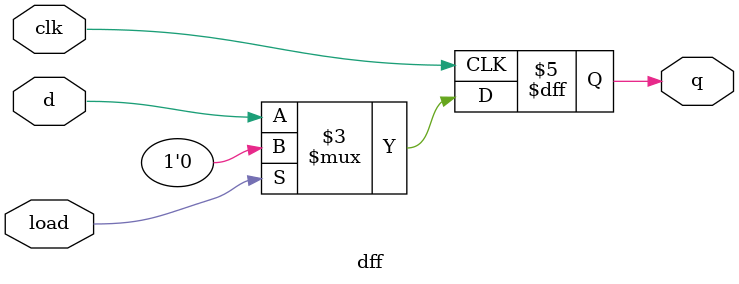
<source format=v>
module johnson(clk, load, cnt);
  input clk, load;
  output reg [3:0] cnt;
  wire w1, w2, w3, w4;

  dff d1(.clk(clk), .load(load), .d(~cnt[3]), .q(w1));
  dff d2(.clk(clk), .load(load), .d(w1), .q(w2));
  dff d3(.clk(clk), .load(load), .d(w2), .q(w3));
  dff d4(.clk(clk), .load(load), .d(w3), .q(w4));

  always @(posedge clk or posedge load) begin
    if (load) begin
      cnt <= 4'b0000;
    end else begin
      cnt <= {w4, w3, w2, w1}; // Shift in the values from flip-flops
    end
  end
endmodule

module dff(clk, load, d, q);
  input clk, load, d;
  output reg q;

  always @(posedge clk) begin
    if (load) begin
      q <= 0;
    end else begin
      q <= d;
    end
  end
endmodule

</source>
